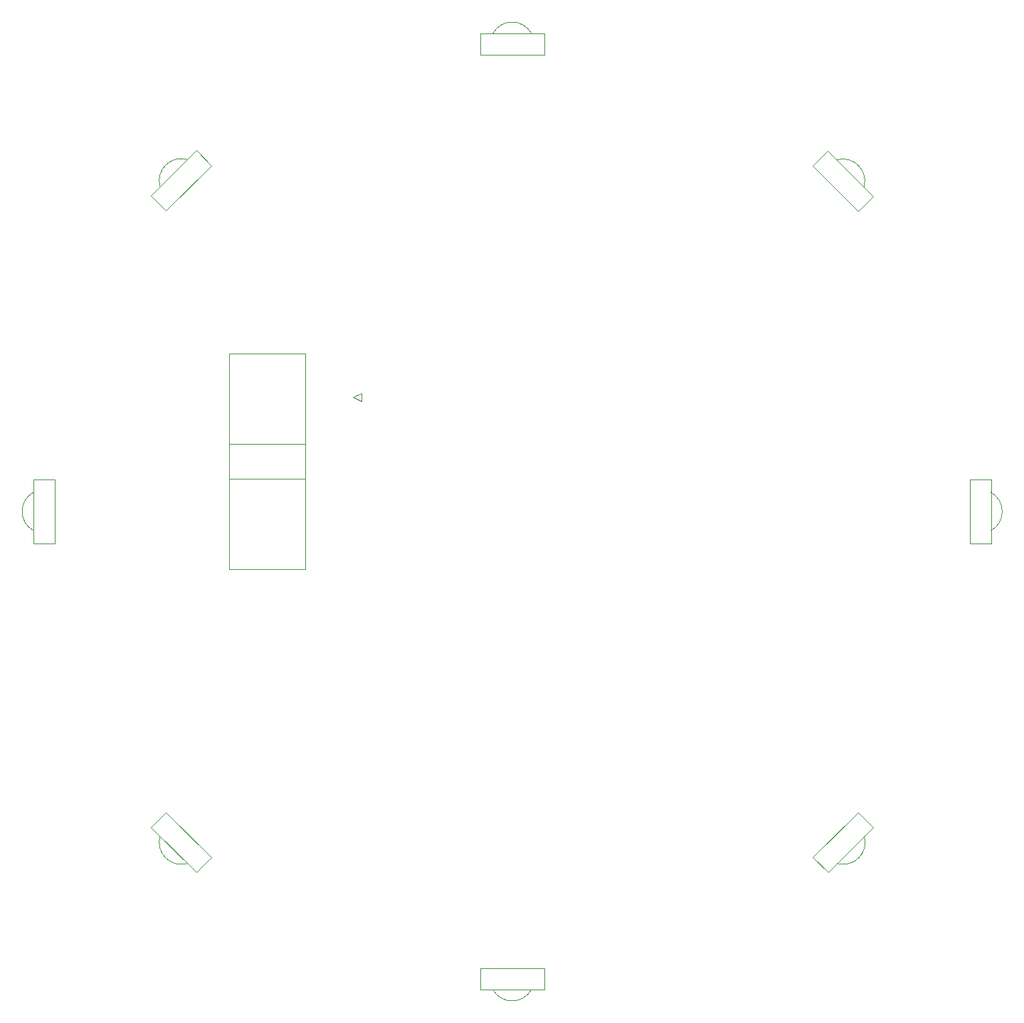
<source format=gbr>
%TF.GenerationSoftware,KiCad,Pcbnew,(6.0.11)*%
%TF.CreationDate,2023-10-13T17:07:53+09:00*%
%TF.ProjectId,sensors_board,73656e73-6f72-4735-9f62-6f6172642e6b,rev?*%
%TF.SameCoordinates,Original*%
%TF.FileFunction,Legend,Bot*%
%TF.FilePolarity,Positive*%
%FSLAX46Y46*%
G04 Gerber Fmt 4.6, Leading zero omitted, Abs format (unit mm)*
G04 Created by KiCad (PCBNEW (6.0.11)) date 2023-10-13 17:07:53*
%MOMM*%
%LPD*%
G01*
G04 APERTURE LIST*
%ADD10C,0.120000*%
G04 APERTURE END LIST*
D10*
%TO.C,U1*%
X148590000Y-48127455D02*
X156210000Y-48127455D01*
X156210000Y-48127455D02*
X156210000Y-45587455D01*
X156210000Y-45587455D02*
X148590000Y-45587455D01*
X148590000Y-45587455D02*
X148590000Y-48127455D01*
X154686000Y-45587455D02*
G75*
G03*
X150114000Y-45587455I-2286000J-1270000D01*
G01*
%TO.C,U8*%
X111225172Y-66703326D02*
X116613326Y-61315172D01*
X116613326Y-61315172D02*
X114817275Y-59519121D01*
X114817275Y-59519121D02*
X109429121Y-64907275D01*
X109429121Y-64907275D02*
X111225172Y-66703326D01*
X113739644Y-60596752D02*
G75*
G03*
X110506752Y-63829644I-718420J-2514472D01*
G01*
%TO.C,U3*%
X206820000Y-98680000D02*
X209360000Y-98680000D01*
X209360000Y-98680000D02*
X209360000Y-106300000D01*
X209360000Y-106300000D02*
X206820000Y-106300000D01*
X206820000Y-106300000D02*
X206820000Y-98680000D01*
X209360000Y-104776000D02*
G75*
G03*
X209360000Y-100204000I-1270000J2286000D01*
G01*
%TO.C,J1*%
X127810000Y-98570000D02*
X118690000Y-98570000D01*
X118690000Y-109350000D02*
X127810000Y-109350000D01*
X118690000Y-83690000D02*
X118690000Y-109350000D01*
X133430000Y-88900000D02*
X134430000Y-88400000D01*
X127810000Y-109350000D02*
X127810000Y-83690000D01*
X127810000Y-83690000D02*
X118690000Y-83690000D01*
X127810000Y-94470000D02*
X118690000Y-94470000D01*
X134430000Y-89400000D02*
X133430000Y-88900000D01*
X134430000Y-88400000D02*
X134430000Y-89400000D01*
%TO.C,U4*%
X193574828Y-138276674D02*
X188186674Y-143664828D01*
X188186674Y-143664828D02*
X189982725Y-145460879D01*
X189982725Y-145460879D02*
X195370879Y-140072725D01*
X195370879Y-140072725D02*
X193574828Y-138276674D01*
X191060356Y-144383248D02*
G75*
G03*
X194293248Y-141150356I718420J2514472D01*
G01*
%TO.C,U7*%
X97980000Y-106300000D02*
X95440000Y-106300000D01*
X95440000Y-106300000D02*
X95440000Y-98680000D01*
X95440000Y-98680000D02*
X97980000Y-98680000D01*
X97980000Y-98680000D02*
X97980000Y-106300000D01*
X95440000Y-100204000D02*
G75*
G03*
X95440000Y-104776000I1270000J-2286000D01*
G01*
%TO.C,U6*%
X116613326Y-143664828D02*
X111225172Y-138276674D01*
X111225172Y-138276674D02*
X109429121Y-140072725D01*
X109429121Y-140072725D02*
X114817275Y-145460879D01*
X114817275Y-145460879D02*
X116613326Y-143664828D01*
X110506752Y-141150356D02*
G75*
G03*
X113739644Y-144383248I2514472J-718420D01*
G01*
%TO.C,U2*%
X188146047Y-61355799D02*
X193534201Y-66743953D01*
X193534201Y-66743953D02*
X195330252Y-64947902D01*
X195330252Y-64947902D02*
X189942098Y-59559748D01*
X189942098Y-59559748D02*
X188146047Y-61355799D01*
X194252621Y-63870271D02*
G75*
G03*
X191019729Y-60637379I-2514472J718420D01*
G01*
%TO.C,U5*%
X156210000Y-156852545D02*
X148590000Y-156852545D01*
X148590000Y-156852545D02*
X148590000Y-159392545D01*
X148590000Y-159392545D02*
X156210000Y-159392545D01*
X156210000Y-159392545D02*
X156210000Y-156852545D01*
X150114000Y-159392545D02*
G75*
G03*
X154686000Y-159392545I2286000J1270000D01*
G01*
%TD*%
M02*

</source>
